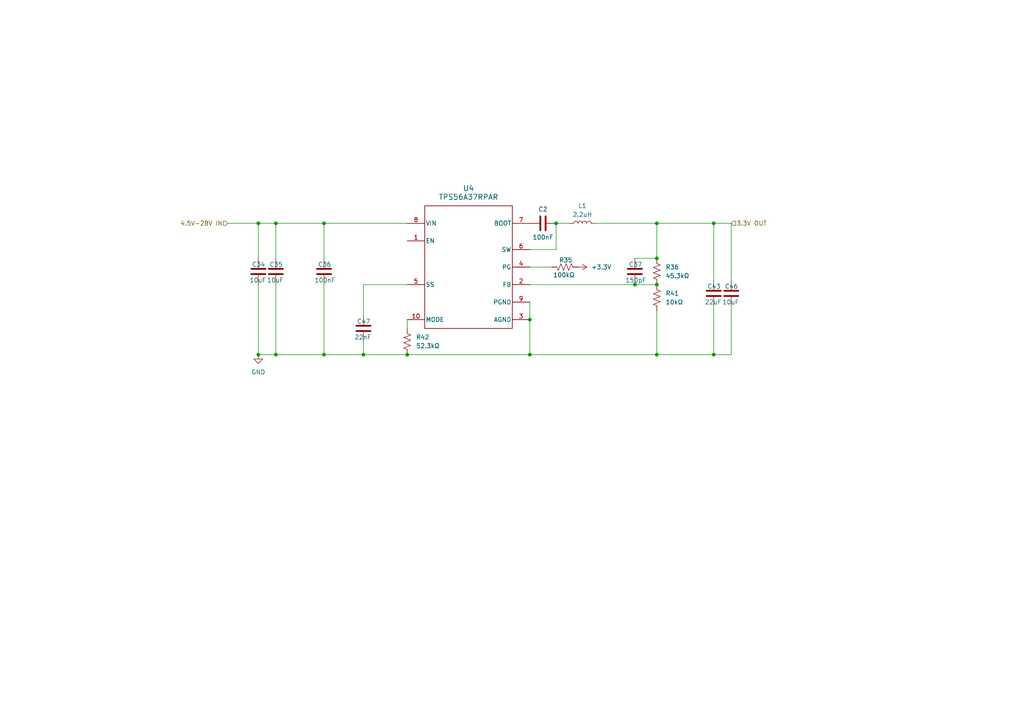
<source format=kicad_sch>
(kicad_sch (version 20231120) (generator "eeschema") (generator_version "8.0")
  (paper "A4")
  (lib_symbols
    (symbol "CM5IO:TPS56A37RPAR" (pin_names (offset 0.254))
      (property "Reference" "U" (at 0 2.54 0))
      (property "Value" "TPS56A37RPAR" (at 0 0 0))
      (symbol "TPS56A37RPAR_0_1"
        (polyline (pts (xy 5.08 -30.48) (xy 30.48 -30.48)) (stroke (width 0.2032)))
        (polyline (pts (xy 5.08 5.08) (xy 5.08 -30.48)) (stroke (width 0.2032)))
        (polyline (pts (xy 30.48 -30.48) (xy 30.48 5.08)) (stroke (width 0.2032)))
        (polyline (pts (xy 30.48 5.08) (xy 5.08 5.08)) (stroke (width 0.2032)))
        (pin input line (at 0 -5.08 0) (length 5.08) (name "EN") (number "1"))
        (pin unspecified line (at 0 -27.94 0) (length 5.08) (name "MODE") (number "10"))
        (pin unspecified line (at 35.56 -17.78 180) (length 5.08) (name "FB") (number "2"))
        (pin power_in line (at 35.56 -27.94 180) (length 5.08) (name "AGND") (number "3"))
        (pin open_collector line (at 35.56 -12.7 180) (length 5.08) (name "PG") (number "4"))
        (pin unspecified line (at 0 -17.78 0) (length 5.08) (name "SS") (number "5"))
        (pin unspecified line (at 35.56 -7.62 180) (length 5.08) (name "SW") (number "6"))
        (pin unspecified line (at 35.56 0 180) (length 5.08) (name "BOOT") (number "7"))
        (pin power_in line (at 0 0 0) (length 5.08) (name "VIN") (number "8"))
        (pin power_in line (at 35.56 -22.86 180) (length 5.08) (name "PGND") (number "9"))
      )
    )
    (symbol "Device:C" (pin_numbers hide) (pin_names (offset 0.254))
      (property "Reference" "C" (at 0.635 2.54 0))
      (property "Value" "C" (at 0.635 -2.54 0))
      (symbol "C_0_1"
        (polyline (pts (xy -2.032 -0.762) (xy 2.032 -0.762)) (stroke (width 0.508)))
        (polyline (pts (xy -2.032 0.762) (xy 2.032 0.762)) (stroke (width 0.508)))
      )
      (symbol "C_1_1"
        (pin passive line (at 0 3.81 270) (length 2.794) (name "~") (number "1"))
        (pin passive line (at 0 -3.81 90) (length 2.794) (name "~") (number "2"))
      )
    )
    (symbol "Device:L" (pin_numbers hide) (pin_names (offset 1.016) hide)
      (property "Reference" "L" (at -1.27 0 90))
      (property "Value" "L" (at 1.905 0 90))
      (symbol "L_0_1"
        (arc (start 0 -2.54) (mid 0.6323 -1.905) (end 0 -1.27))
        (arc (start 0 -1.27) (mid 0.6323 -0.635) (end 0 0))
        (arc (start 0 0) (mid 0.6323 0.635) (end 0 1.27))
        (arc (start 0 1.27) (mid 0.6323 1.905) (end 0 2.54))
      )
      (symbol "L_1_1"
        (pin passive line (at 0 3.81 270) (length 1.27) (name "1") (number "1"))
        (pin passive line (at 0 -3.81 90) (length 1.27) (name "2") (number "2"))
      )
    )
    (symbol "Device:R_US" (pin_numbers hide) (pin_names (offset 0))
      (property "Reference" "R" (at 2.54 0 90))
      (property "Value" "R_US" (at -2.54 0 90))
      (symbol "R_US_0_1"
        (polyline (pts (xy 0 -2.286) (xy 0 -2.54)))
        (polyline (pts (xy 0 2.286) (xy 0 2.54)))
        (polyline (pts (xy 0 -0.762) (xy 1.016 -1.143) (xy 0 -1.524) (xy -1.016 -1.905) (xy 0 -2.286)))
        (polyline (pts (xy 0 0.762) (xy 1.016 0.381) (xy 0 0) (xy -1.016 -0.381) (xy 0 -0.762)))
        (polyline (pts (xy 0 2.286) (xy 1.016 1.905) (xy 0 1.524) (xy -1.016 1.143) (xy 0 0.762)))
      )
      (symbol "R_US_1_1"
        (pin passive line (at 0 3.81 270) (length 1.27) (name "~") (number "1"))
        (pin passive line (at 0 -3.81 90) (length 1.27) (name "~") (number "2"))
      )
    )
    (symbol "power:+3.3V" (power) (pin_numbers hide) (pin_names (offset 0) hide)
      (property "Value" "+3.3V" (at 0 3.556 0))
      (symbol "+3.3V_0_1"
        (polyline (pts (xy -0.762 1.27) (xy 0 2.54)))
        (polyline (pts (xy 0 0) (xy 0 2.54)))
        (polyline (pts (xy 0 2.54) (xy 0.762 1.27)))
      )
      (symbol "+3.3V_1_1"
        (pin power_in line (at 0 0 90) (length 0) (name "~") (number "1"))
      )
    )
    (symbol "power:GND" (power) (pin_numbers hide) (pin_names (offset 0) hide)
      (property "Value" "GND" (at 0 -3.81 0))
      (symbol "GND_0_1"
        (polyline (pts (xy 0 0) (xy 0 -1.27) (xy 1.27 -1.27) (xy 0 -2.54) (xy -1.27 -1.27) (xy 0 -1.27)))
      )
      (symbol "GND_1_1"
        (pin power_in line (at 0 0 270) (length 0) (name "~") (number "1"))
      )
    )
  )
  (junction (at 153.67 102.87))
  (junction (at 161.29 64.77))
  (junction (at 190.5 102.87))
  (junction (at 80.01 64.77))
  (junction (at 190.5 82.55))
  (junction (at 93.98 102.87))
  (junction (at 190.5 74.93))
  (junction (at 190.5 64.77))
  (junction (at 207.01 102.87))
  (junction (at 74.93 102.87))
  (junction (at 93.98 64.77))
  (junction (at 153.67 92.71))
  (junction (at 184.15 82.55))
  (junction (at 80.01 102.87))
  (junction (at 74.93 64.77))
  (junction (at 105.41 102.87))
  (junction (at 118.11 102.87))
  (junction (at 207.01 64.77))
  (wire (pts (xy 74.93 74.93) (xy 74.93 64.77)))
  (wire (pts (xy 153.67 102.87) (xy 153.67 92.71)))
  (wire (pts (xy 207.01 88.9) (xy 207.01 102.87)))
  (wire (pts (xy 93.98 102.87) (xy 105.41 102.87)))
  (wire (pts (xy 153.67 77.47) (xy 160.02 77.47)))
  (wire (pts (xy 153.67 92.71) (xy 153.67 87.63)))
  (wire (pts (xy 105.41 91.44) (xy 105.41 82.55)))
  (wire (pts (xy 190.5 90.17) (xy 190.5 102.87)))
  (wire (pts (xy 207.01 102.87) (xy 190.5 102.87)))
  (wire (pts (xy 93.98 64.77) (xy 118.11 64.77)))
  (wire (pts (xy 80.01 64.77) (xy 93.98 64.77)))
  (wire (pts (xy 165.1 64.77) (xy 161.29 64.77)))
  (wire (pts (xy 80.01 74.93) (xy 80.01 64.77)))
  (wire (pts (xy 153.67 72.39) (xy 161.29 72.39)))
  (wire (pts (xy 66.04 64.77) (xy 74.93 64.77)))
  (wire (pts (xy 93.98 82.55) (xy 93.98 102.87)))
  (wire (pts (xy 93.98 74.93) (xy 93.98 64.77)))
  (wire (pts (xy 153.67 82.55) (xy 184.15 82.55)))
  (wire (pts (xy 74.93 102.87) (xy 80.01 102.87)))
  (wire (pts (xy 207.01 64.77) (xy 212.09 64.77)))
  (wire (pts (xy 184.15 82.55) (xy 190.5 82.55)))
  (wire (pts (xy 118.11 95.25) (xy 118.11 92.71)))
  (wire (pts (xy 74.93 82.55) (xy 74.93 102.87)))
  (wire (pts (xy 161.29 72.39) (xy 161.29 64.77)))
  (wire (pts (xy 74.93 64.77) (xy 80.01 64.77)))
  (wire (pts (xy 105.41 82.55) (xy 118.11 82.55)))
  (wire (pts (xy 212.09 88.9) (xy 212.09 102.87)))
  (wire (pts (xy 190.5 64.77) (xy 207.01 64.77)))
  (wire (pts (xy 190.5 102.87) (xy 153.67 102.87)))
  (wire (pts (xy 212.09 102.87) (xy 207.01 102.87)))
  (wire (pts (xy 207.01 81.28) (xy 207.01 64.77)))
  (wire (pts (xy 105.41 102.87) (xy 105.41 99.06)))
  (wire (pts (xy 118.11 102.87) (xy 153.67 102.87)))
  (wire (pts (xy 184.15 74.93) (xy 190.5 74.93)))
  (wire (pts (xy 172.72 64.77) (xy 190.5 64.77)))
  (wire (pts (xy 105.41 102.87) (xy 118.11 102.87)))
  (wire (pts (xy 190.5 64.77) (xy 190.5 74.93)))
  (wire (pts (xy 212.09 81.28) (xy 212.09 64.77)))
  (wire (pts (xy 80.01 82.55) (xy 80.01 102.87)))
  (wire (pts (xy 80.01 102.87) (xy 93.98 102.87)))
  (hierarchical_label "3.3V OUT" (shape input) (at 212.09 64.77 0))
  (hierarchical_label "4.5V-28V IN" (shape input) (at 66.04 64.77 180))
  (symbol (lib_id "Device:R_US") (at 190.5 86.36 0) (unit 1)
    (property "Reference" "R41" (at 193.04 85.0899 0) (effects (justify left)))
    (property "Value" "10kΩ" (at 193.04 87.6299 0) (effects (justify left)))
    (property "Footprint" "Resistor_SMD:R_0603_1608Metric_Pad0.98x0.95mm_HandSolder" (effects (hide yes)))
    (property "Description" "Resistor, US symbol" (effects (hide yes)))
  )
  (symbol (lib_id "Device:C") (at 212.09 85.09 0) (mirror x) (unit 1)
    (property "Reference" "C46" (at 214.122 83.058 0) (effects (justify right)))
    (property "Value" "10uF" (at 214.376 87.63 0) (effects (justify right)))
    (property "Footprint" "Capacitor_SMD:C_0805_2012Metric_Pad1.18x1.45mm_HandSolder" (effects (hide yes)))
    (property "Description" "Unpolarized capacitor" (effects (hide yes)))
  )
  (symbol (lib_id "CM5IO:TPS56A37RPAR") (at 118.11 64.77 0) (unit 1)
    (property "Reference" "U4" (at 135.89 54.61 0) (effects (font (size 1.524 1.524))))
    (property "Value" "TPS56A37RPAR" (at 135.89 57.15 0) (effects (font (size 1.524 1.524))))
    (property "Footprint" "CM5IO:RPA0010A-MFG" (effects (hide yes)))
    (property "Datasheet" "TPS56A37RPAR" (effects (hide yes)))
  )
  (symbol (lib_id "power:+3.3V") (at 167.64 77.47 270) (mirror x) (unit 1)
    (property "Reference" "#PWR064" (effects (hide yes)))
    (property "Value" "+3.3V" (at 171.45 77.4699 90) (effects (justify left)))
    (property "Description" "Power symbol creates a global label with name \"+3.3V\"" (effects (hide yes)))
  )
  (symbol (lib_id "Device:C") (at 74.93 78.74 0) (mirror x) (unit 1)
    (property "Reference" "C34" (at 76.962 76.708 0) (effects (justify right)))
    (property "Value" "10uF" (at 77.216 81.28 0) (effects (justify right)))
    (property "Footprint" "Capacitor_SMD:C_0805_2012Metric_Pad1.18x1.45mm_HandSolder" (effects (hide yes)))
    (property "Description" "Unpolarized capacitor" (effects (hide yes)))
  )
  (symbol (lib_id "Device:R_US") (at 163.83 77.47 270) (mirror x) (unit 1)
    (property "Reference" "R35" (at 164.084 75.438 90))
    (property "Value" "100kΩ" (at 163.576 79.756 90))
    (property "Footprint" "Resistor_SMD:R_0603_1608Metric_Pad0.98x0.95mm_HandSolder" (effects (hide yes)))
    (property "Description" "Resistor, US symbol" (effects (hide yes)))
  )
  (symbol (lib_id "Device:C") (at 157.48 64.77 90) (unit 1)
    (property "Reference" "C2" (at 157.48 60.706 90))
    (property "Value" "100nF" (at 157.48 68.834 90))
    (property "Footprint" "Capacitor_SMD:C_0603_1608Metric_Pad1.08x0.95mm_HandSolder" (effects (hide yes)))
    (property "Description" "Unpolarized capacitor" (effects (hide yes)))
  )
  (symbol (lib_id "Device:R_US") (at 190.5 78.74 0) (unit 1)
    (property "Reference" "R36" (at 193.04 77.4699 0) (effects (justify left)))
    (property "Value" "45.3kΩ" (at 193.04 80.0099 0) (effects (justify left)))
    (property "Footprint" "Resistor_SMD:R_0603_1608Metric_Pad0.98x0.95mm_HandSolder" (effects (hide yes)))
    (property "Description" "Resistor, US symbol" (effects (hide yes)))
  )
  (symbol (lib_id "Device:L") (at 168.91 64.77 90) (unit 1)
    (property "Reference" "L1" (at 168.91 59.69 90))
    (property "Value" "2.2uH" (at 168.91 62.23 90))
    (property "Footprint" "Inductor_SMD:L_Coilcraft_XAL7030-222" (effects (hide yes)))
    (property "Description" "Inductor" (effects (hide yes)))
  )
  (symbol (lib_id "Device:R_US") (at 118.11 99.06 0) (unit 1)
    (property "Reference" "R42" (at 120.65 97.7899 0) (effects (justify left)))
    (property "Value" "52.3kΩ" (at 120.65 100.3299 0) (effects (justify left)))
    (property "Footprint" "Resistor_SMD:R_0603_1608Metric_Pad0.98x0.95mm_HandSolder" (effects (hide yes)))
    (property "Description" "Resistor, US symbol" (effects (hide yes)))
  )
  (symbol (lib_id "power:GND") (at 74.93 102.87 0) (unit 1)
    (property "Reference" "#PWR065" (effects (hide yes)))
    (property "Value" "GND" (at 74.93 107.95 0))
    (property "Description" "Power symbol creates a global label with name \"GND\" , ground" (effects (hide yes)))
  )
  (symbol (lib_id "Device:C") (at 184.15 78.74 180) (unit 1)
    (property "Reference" "C37" (at 182.372 76.708 0) (effects (justify right)))
    (property "Value" "150pF" (at 181.356 81.28 0) (effects (justify right)))
    (property "Footprint" "Capacitor_SMD:C_0603_1608Metric_Pad1.08x0.95mm_HandSolder" (effects (hide yes)))
    (property "Description" "Unpolarized capacitor" (effects (hide yes)))
  )
  (symbol (lib_id "Device:C") (at 105.41 95.25 0) (mirror x) (unit 1)
    (property "Reference" "C47" (at 107.442 93.218 0) (effects (justify right)))
    (property "Value" "22nF" (at 107.696 97.79 0) (effects (justify right)))
    (property "Footprint" "Capacitor_SMD:C_0603_1608Metric_Pad1.08x0.95mm_HandSolder" (effects (hide yes)))
    (property "Description" "Unpolarized capacitor" (effects (hide yes)))
  )
  (symbol (lib_id "Device:C") (at 80.01 78.74 0) (mirror x) (unit 1)
    (property "Reference" "C35" (at 82.042 76.708 0) (effects (justify right)))
    (property "Value" "10uF" (at 82.296 81.28 0) (effects (justify right)))
    (property "Footprint" "Capacitor_SMD:C_0805_2012Metric_Pad1.18x1.45mm_HandSolder" (effects (hide yes)))
    (property "Description" "Unpolarized capacitor" (effects (hide yes)))
  )
  (symbol (lib_id "Device:C") (at 93.98 78.74 180) (unit 1)
    (property "Reference" "C36" (at 92.202 76.708 0) (effects (justify right)))
    (property "Value" "100nF" (at 91.186 81.28 0) (effects (justify right)))
    (property "Footprint" "Capacitor_SMD:C_0603_1608Metric_Pad1.08x0.95mm_HandSolder" (effects (hide yes)))
    (property "Description" "Unpolarized capacitor" (effects (hide yes)))
  )
  (symbol (lib_id "Device:C") (at 207.01 85.09 0) (mirror x) (unit 1)
    (property "Reference" "C43" (at 209.042 83.058 0) (effects (justify right)))
    (property "Value" "22uF" (at 209.296 87.63 0) (effects (justify right)))
    (property "Footprint" "Capacitor_SMD:C_0805_2012Metric_Pad1.18x1.45mm_HandSolder" (effects (hide yes)))
    (property "Description" "Unpolarized capacitor" (effects (hide yes)))
  )
)
</source>
